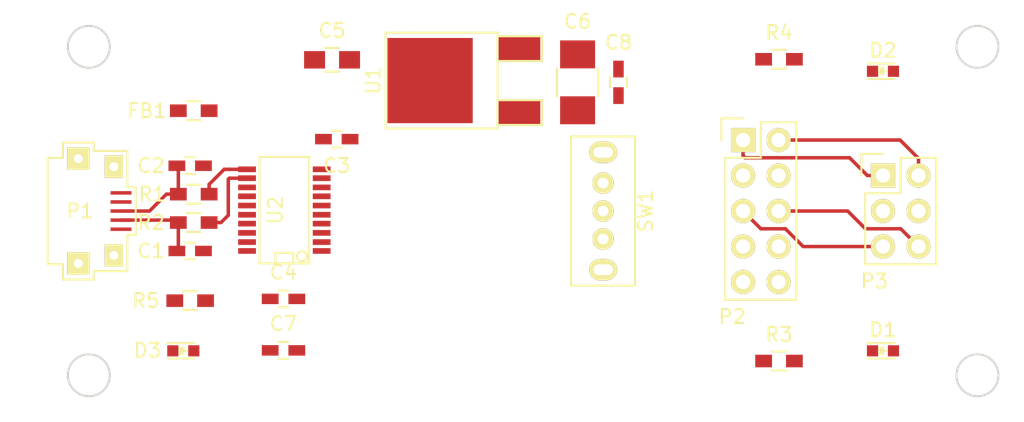
<source format=kicad_pcb>
(kicad_pcb (version 4) (host pcbnew 4.0.1-stable)

  (general
    (links 55)
    (no_connects 51)
    (area 101.674999 101.674999 168.325001 128.325001)
    (thickness 1.6)
    (drawings 13)
    (tracks 41)
    (zones 0)
    (modules 23)
    (nets 27)
  )

  (page A4)
  (layers
    (0 F.Cu signal)
    (31 B.Cu signal)
    (32 B.Adhes user)
    (33 F.Adhes user)
    (34 B.Paste user)
    (35 F.Paste user)
    (36 B.SilkS user)
    (37 F.SilkS user)
    (38 B.Mask user)
    (39 F.Mask user)
    (40 Dwgs.User user)
    (41 Cmts.User user)
    (42 Eco1.User user)
    (43 Eco2.User user)
    (44 Edge.Cuts user)
    (45 Margin user)
    (46 B.CrtYd user)
    (47 F.CrtYd user)
    (48 B.Fab user)
    (49 F.Fab user)
  )

  (setup
    (last_trace_width 0.25)
    (trace_clearance 0.2)
    (zone_clearance 0.508)
    (zone_45_only no)
    (trace_min 0.2)
    (segment_width 0.2)
    (edge_width 0.15)
    (via_size 0.6)
    (via_drill 0.4)
    (via_min_size 0.4)
    (via_min_drill 0.3)
    (uvia_size 0.3)
    (uvia_drill 0.1)
    (uvias_allowed no)
    (uvia_min_size 0.2)
    (uvia_min_drill 0.1)
    (pcb_text_width 0.3)
    (pcb_text_size 1.5 1.5)
    (mod_edge_width 0.15)
    (mod_text_size 1 1)
    (mod_text_width 0.15)
    (pad_size 1.6 1.3)
    (pad_drill 0.635)
    (pad_to_mask_clearance 0.2)
    (aux_axis_origin 100 100)
    (visible_elements 7FFFFFFF)
    (pcbplotparams
      (layerselection 0x00030_80000001)
      (usegerberextensions false)
      (excludeedgelayer true)
      (linewidth 0.100000)
      (plotframeref false)
      (viasonmask false)
      (mode 1)
      (useauxorigin false)
      (hpglpennumber 1)
      (hpglpenspeed 20)
      (hpglpendiameter 15)
      (hpglpenoverlay 2)
      (psnegative false)
      (psa4output false)
      (plotreference true)
      (plotvalue true)
      (plotinvisibletext false)
      (padsonsilk false)
      (subtractmaskfromsilk false)
      (outputformat 1)
      (mirror false)
      (drillshape 1)
      (scaleselection 1)
      (outputdirectory ""))
  )

  (net 0 "")
  (net 1 GND)
  (net 2 "Net-(C1-Pad2)")
  (net 3 "Net-(C2-Pad1)")
  (net 4 +5V)
  (net 5 "Net-(C4-Pad1)")
  (net 6 "Net-(C6-Pad2)")
  (net 7 "Net-(C8-Pad1)")
  (net 8 "Net-(D1-Pad2)")
  (net 9 "Net-(D1-Pad1)")
  (net 10 "Net-(D2-Pad2)")
  (net 11 "Net-(D2-Pad1)")
  (net 12 "Net-(D3-Pad1)")
  (net 13 "Net-(FB1-Pad2)")
  (net 14 "Net-(P1-Pad4)")
  (net 15 /RXD)
  (net 16 /TXD)
  (net 17 //RTS)
  (net 18 //CTS)
  (net 19 //DTR)
  (net 20 //DSR)
  (net 21 //DCD)
  (net 22 //RI)
  (net 23 "Net-(R1-Pad1)")
  (net 24 "Net-(R2-Pad1)")
  (net 25 "Net-(U2-Pad18)")
  (net 26 "Net-(U2-Pad19)")

  (net_class Default "これは標準のネット クラスです。"
    (clearance 0.2)
    (trace_width 0.25)
    (via_dia 0.6)
    (via_drill 0.4)
    (uvia_dia 0.3)
    (uvia_drill 0.1)
    (add_net +5V)
    (add_net //CTS)
    (add_net //DCD)
    (add_net //DSR)
    (add_net //DTR)
    (add_net //RI)
    (add_net //RTS)
    (add_net /RXD)
    (add_net /TXD)
    (add_net GND)
    (add_net "Net-(C1-Pad2)")
    (add_net "Net-(C2-Pad1)")
    (add_net "Net-(C4-Pad1)")
    (add_net "Net-(C6-Pad2)")
    (add_net "Net-(C8-Pad1)")
    (add_net "Net-(D1-Pad1)")
    (add_net "Net-(D1-Pad2)")
    (add_net "Net-(D2-Pad1)")
    (add_net "Net-(D2-Pad2)")
    (add_net "Net-(D3-Pad1)")
    (add_net "Net-(FB1-Pad2)")
    (add_net "Net-(P1-Pad4)")
    (add_net "Net-(R1-Pad1)")
    (add_net "Net-(R2-Pad1)")
    (add_net "Net-(U2-Pad18)")
    (add_net "Net-(U2-Pad19)")
  )

  (module Capacitors_SMD:C_0603_HandSoldering (layer F.Cu) (tedit 541A9B4D) (tstamp 57BC2762)
    (at 110.49 117.856 180)
    (descr "Capacitor SMD 0603, hand soldering")
    (tags "capacitor 0603")
    (path /57BBFB00)
    (attr smd)
    (fp_text reference C1 (at 2.794 0 180) (layer F.SilkS)
      (effects (font (size 1 1) (thickness 0.15)))
    )
    (fp_text value 47pF (at 1.27 -1.524 180) (layer F.Fab)
      (effects (font (size 1 1) (thickness 0.15)))
    )
    (fp_line (start -1.85 -0.75) (end 1.85 -0.75) (layer F.CrtYd) (width 0.05))
    (fp_line (start -1.85 0.75) (end 1.85 0.75) (layer F.CrtYd) (width 0.05))
    (fp_line (start -1.85 -0.75) (end -1.85 0.75) (layer F.CrtYd) (width 0.05))
    (fp_line (start 1.85 -0.75) (end 1.85 0.75) (layer F.CrtYd) (width 0.05))
    (fp_line (start -0.35 -0.6) (end 0.35 -0.6) (layer F.SilkS) (width 0.15))
    (fp_line (start 0.35 0.6) (end -0.35 0.6) (layer F.SilkS) (width 0.15))
    (pad 1 smd rect (at -0.95 0 180) (size 1.2 0.75) (layers F.Cu F.Paste F.Mask)
      (net 1 GND))
    (pad 2 smd rect (at 0.95 0 180) (size 1.2 0.75) (layers F.Cu F.Paste F.Mask)
      (net 2 "Net-(C1-Pad2)"))
    (model Capacitors_SMD.3dshapes/C_0603_HandSoldering.wrl
      (at (xyz 0 0 0))
      (scale (xyz 1 1 1))
      (rotate (xyz 0 0 0))
    )
  )

  (module Capacitors_SMD:C_0603_HandSoldering (layer F.Cu) (tedit 541A9B4D) (tstamp 57BC2768)
    (at 110.49 111.76)
    (descr "Capacitor SMD 0603, hand soldering")
    (tags "capacitor 0603")
    (path /57BBFACD)
    (attr smd)
    (fp_text reference C2 (at -2.794 0) (layer F.SilkS)
      (effects (font (size 1 1) (thickness 0.15)))
    )
    (fp_text value 47pF (at -1.27 -1.778) (layer F.Fab)
      (effects (font (size 1 1) (thickness 0.15)))
    )
    (fp_line (start -1.85 -0.75) (end 1.85 -0.75) (layer F.CrtYd) (width 0.05))
    (fp_line (start -1.85 0.75) (end 1.85 0.75) (layer F.CrtYd) (width 0.05))
    (fp_line (start -1.85 -0.75) (end -1.85 0.75) (layer F.CrtYd) (width 0.05))
    (fp_line (start 1.85 -0.75) (end 1.85 0.75) (layer F.CrtYd) (width 0.05))
    (fp_line (start -0.35 -0.6) (end 0.35 -0.6) (layer F.SilkS) (width 0.15))
    (fp_line (start 0.35 0.6) (end -0.35 0.6) (layer F.SilkS) (width 0.15))
    (pad 1 smd rect (at -0.95 0) (size 1.2 0.75) (layers F.Cu F.Paste F.Mask)
      (net 3 "Net-(C2-Pad1)"))
    (pad 2 smd rect (at 0.95 0) (size 1.2 0.75) (layers F.Cu F.Paste F.Mask)
      (net 1 GND))
    (model Capacitors_SMD.3dshapes/C_0603_HandSoldering.wrl
      (at (xyz 0 0 0))
      (scale (xyz 1 1 1))
      (rotate (xyz 0 0 0))
    )
  )

  (module Capacitors_SMD:C_0603_HandSoldering (layer F.Cu) (tedit 541A9B4D) (tstamp 57BC276E)
    (at 120.964999 109.855 180)
    (descr "Capacitor SMD 0603, hand soldering")
    (tags "capacitor 0603")
    (path /57BC0075)
    (attr smd)
    (fp_text reference C3 (at 0 -1.9 180) (layer F.SilkS)
      (effects (font (size 1 1) (thickness 0.15)))
    )
    (fp_text value 0.1uF (at 0 1.9 180) (layer F.Fab)
      (effects (font (size 1 1) (thickness 0.15)))
    )
    (fp_line (start -1.85 -0.75) (end 1.85 -0.75) (layer F.CrtYd) (width 0.05))
    (fp_line (start -1.85 0.75) (end 1.85 0.75) (layer F.CrtYd) (width 0.05))
    (fp_line (start -1.85 -0.75) (end -1.85 0.75) (layer F.CrtYd) (width 0.05))
    (fp_line (start 1.85 -0.75) (end 1.85 0.75) (layer F.CrtYd) (width 0.05))
    (fp_line (start -0.35 -0.6) (end 0.35 -0.6) (layer F.SilkS) (width 0.15))
    (fp_line (start 0.35 0.6) (end -0.35 0.6) (layer F.SilkS) (width 0.15))
    (pad 1 smd rect (at -0.95 0 180) (size 1.2 0.75) (layers F.Cu F.Paste F.Mask)
      (net 4 +5V))
    (pad 2 smd rect (at 0.95 0 180) (size 1.2 0.75) (layers F.Cu F.Paste F.Mask)
      (net 1 GND))
    (model Capacitors_SMD.3dshapes/C_0603_HandSoldering.wrl
      (at (xyz 0 0 0))
      (scale (xyz 1 1 1))
      (rotate (xyz 0 0 0))
    )
  )

  (module Capacitors_SMD:C_0603_HandSoldering (layer F.Cu) (tedit 541A9B4D) (tstamp 57BC2774)
    (at 117.16 121.285)
    (descr "Capacitor SMD 0603, hand soldering")
    (tags "capacitor 0603")
    (path /57BC0FF1)
    (attr smd)
    (fp_text reference C4 (at 0 -1.9) (layer F.SilkS)
      (effects (font (size 1 1) (thickness 0.15)))
    )
    (fp_text value 0.1uF (at 0 1.9) (layer F.Fab)
      (effects (font (size 1 1) (thickness 0.15)))
    )
    (fp_line (start -1.85 -0.75) (end 1.85 -0.75) (layer F.CrtYd) (width 0.05))
    (fp_line (start -1.85 0.75) (end 1.85 0.75) (layer F.CrtYd) (width 0.05))
    (fp_line (start -1.85 -0.75) (end -1.85 0.75) (layer F.CrtYd) (width 0.05))
    (fp_line (start 1.85 -0.75) (end 1.85 0.75) (layer F.CrtYd) (width 0.05))
    (fp_line (start -0.35 -0.6) (end 0.35 -0.6) (layer F.SilkS) (width 0.15))
    (fp_line (start 0.35 0.6) (end -0.35 0.6) (layer F.SilkS) (width 0.15))
    (pad 1 smd rect (at -0.95 0) (size 1.2 0.75) (layers F.Cu F.Paste F.Mask)
      (net 5 "Net-(C4-Pad1)"))
    (pad 2 smd rect (at 0.95 0) (size 1.2 0.75) (layers F.Cu F.Paste F.Mask)
      (net 1 GND))
    (model Capacitors_SMD.3dshapes/C_0603_HandSoldering.wrl
      (at (xyz 0 0 0))
      (scale (xyz 1 1 1))
      (rotate (xyz 0 0 0))
    )
  )

  (module Capacitors_SMD:C_0805_HandSoldering (layer F.Cu) (tedit 541A9B8D) (tstamp 57BC277A)
    (at 120.629999 104.180001)
    (descr "Capacitor SMD 0805, hand soldering")
    (tags "capacitor 0805")
    (path /57BC010E)
    (attr smd)
    (fp_text reference C5 (at 0 -2.1) (layer F.SilkS)
      (effects (font (size 1 1) (thickness 0.15)))
    )
    (fp_text value 4.7uF (at 0 2.1) (layer F.Fab)
      (effects (font (size 1 1) (thickness 0.15)))
    )
    (fp_line (start -2.3 -1) (end 2.3 -1) (layer F.CrtYd) (width 0.05))
    (fp_line (start -2.3 1) (end 2.3 1) (layer F.CrtYd) (width 0.05))
    (fp_line (start -2.3 -1) (end -2.3 1) (layer F.CrtYd) (width 0.05))
    (fp_line (start 2.3 -1) (end 2.3 1) (layer F.CrtYd) (width 0.05))
    (fp_line (start 0.5 -0.85) (end -0.5 -0.85) (layer F.SilkS) (width 0.15))
    (fp_line (start -0.5 0.85) (end 0.5 0.85) (layer F.SilkS) (width 0.15))
    (pad 1 smd rect (at -1.25 0) (size 1.5 1.25) (layers F.Cu F.Paste F.Mask)
      (net 1 GND))
    (pad 2 smd rect (at 1.25 0) (size 1.5 1.25) (layers F.Cu F.Paste F.Mask)
      (net 4 +5V))
    (model Capacitors_SMD.3dshapes/C_0805_HandSoldering.wrl
      (at (xyz 0 0 0))
      (scale (xyz 1 1 1))
      (rotate (xyz 0 0 0))
    )
  )

  (module Capacitors_SMD:C_1210_HandSoldering (layer F.Cu) (tedit 541A9C39) (tstamp 57BC2780)
    (at 138.176 105.791 270)
    (descr "Capacitor SMD 1210, hand soldering")
    (tags "capacitor 1210")
    (path /57BC038F)
    (attr smd)
    (fp_text reference C6 (at -4.349999 0 360) (layer F.SilkS)
      (effects (font (size 1 1) (thickness 0.15)))
    )
    (fp_text value 22uF (at 0 2.7 270) (layer F.Fab)
      (effects (font (size 1 1) (thickness 0.15)))
    )
    (fp_line (start -3.3 -1.6) (end 3.3 -1.6) (layer F.CrtYd) (width 0.05))
    (fp_line (start -3.3 1.6) (end 3.3 1.6) (layer F.CrtYd) (width 0.05))
    (fp_line (start -3.3 -1.6) (end -3.3 1.6) (layer F.CrtYd) (width 0.05))
    (fp_line (start 3.3 -1.6) (end 3.3 1.6) (layer F.CrtYd) (width 0.05))
    (fp_line (start 1 -1.475) (end -1 -1.475) (layer F.SilkS) (width 0.15))
    (fp_line (start -1 1.475) (end 1 1.475) (layer F.SilkS) (width 0.15))
    (pad 1 smd rect (at -2 0 270) (size 2 2.5) (layers F.Cu F.Paste F.Mask)
      (net 1 GND))
    (pad 2 smd rect (at 2 0 270) (size 2 2.5) (layers F.Cu F.Paste F.Mask)
      (net 6 "Net-(C6-Pad2)"))
    (model Capacitors_SMD.3dshapes/C_1210_HandSoldering.wrl
      (at (xyz 0 0 0))
      (scale (xyz 1 1 1))
      (rotate (xyz 0 0 0))
    )
  )

  (module Capacitors_SMD:C_0603_HandSoldering (layer F.Cu) (tedit 541A9B4D) (tstamp 57BC2786)
    (at 117.16 124.968)
    (descr "Capacitor SMD 0603, hand soldering")
    (tags "capacitor 0603")
    (path /57BC046B)
    (attr smd)
    (fp_text reference C7 (at 0 -1.9) (layer F.SilkS)
      (effects (font (size 1 1) (thickness 0.15)))
    )
    (fp_text value 0.1uF (at 0 1.9) (layer F.Fab)
      (effects (font (size 1 1) (thickness 0.15)))
    )
    (fp_line (start -1.85 -0.75) (end 1.85 -0.75) (layer F.CrtYd) (width 0.05))
    (fp_line (start -1.85 0.75) (end 1.85 0.75) (layer F.CrtYd) (width 0.05))
    (fp_line (start -1.85 -0.75) (end -1.85 0.75) (layer F.CrtYd) (width 0.05))
    (fp_line (start 1.85 -0.75) (end 1.85 0.75) (layer F.CrtYd) (width 0.05))
    (fp_line (start -0.35 -0.6) (end 0.35 -0.6) (layer F.SilkS) (width 0.15))
    (fp_line (start 0.35 0.6) (end -0.35 0.6) (layer F.SilkS) (width 0.15))
    (pad 1 smd rect (at -0.95 0) (size 1.2 0.75) (layers F.Cu F.Paste F.Mask)
      (net 6 "Net-(C6-Pad2)"))
    (pad 2 smd rect (at 0.95 0) (size 1.2 0.75) (layers F.Cu F.Paste F.Mask)
      (net 1 GND))
    (model Capacitors_SMD.3dshapes/C_0603_HandSoldering.wrl
      (at (xyz 0 0 0))
      (scale (xyz 1 1 1))
      (rotate (xyz 0 0 0))
    )
  )

  (module Capacitors_SMD:C_0603_HandSoldering (layer F.Cu) (tedit 541A9B4D) (tstamp 57BC278C)
    (at 141.097 105.791 90)
    (descr "Capacitor SMD 0603, hand soldering")
    (tags "capacitor 0603")
    (path /57BC0953)
    (attr smd)
    (fp_text reference C8 (at 2.854999 0 180) (layer F.SilkS)
      (effects (font (size 1 1) (thickness 0.15)))
    )
    (fp_text value 0.1uF (at 0 1.9 90) (layer F.Fab)
      (effects (font (size 1 1) (thickness 0.15)))
    )
    (fp_line (start -1.85 -0.75) (end 1.85 -0.75) (layer F.CrtYd) (width 0.05))
    (fp_line (start -1.85 0.75) (end 1.85 0.75) (layer F.CrtYd) (width 0.05))
    (fp_line (start -1.85 -0.75) (end -1.85 0.75) (layer F.CrtYd) (width 0.05))
    (fp_line (start 1.85 -0.75) (end 1.85 0.75) (layer F.CrtYd) (width 0.05))
    (fp_line (start -0.35 -0.6) (end 0.35 -0.6) (layer F.SilkS) (width 0.15))
    (fp_line (start 0.35 0.6) (end -0.35 0.6) (layer F.SilkS) (width 0.15))
    (pad 1 smd rect (at -0.95 0 90) (size 1.2 0.75) (layers F.Cu F.Paste F.Mask)
      (net 7 "Net-(C8-Pad1)"))
    (pad 2 smd rect (at 0.95 0 90) (size 1.2 0.75) (layers F.Cu F.Paste F.Mask)
      (net 1 GND))
    (model Capacitors_SMD.3dshapes/C_0603_HandSoldering.wrl
      (at (xyz 0 0 0))
      (scale (xyz 1 1 1))
      (rotate (xyz 0 0 0))
    )
  )

  (module LEDs:LED_0603 (layer F.Cu) (tedit 55BDE255) (tstamp 57BC2792)
    (at 160 125)
    (descr "LED 0603 smd package")
    (tags "LED led 0603 SMD smd SMT smt smdled SMDLED smtled SMTLED")
    (path /57BC37C0)
    (attr smd)
    (fp_text reference D1 (at 0 -1.5) (layer F.SilkS)
      (effects (font (size 1 1) (thickness 0.15)))
    )
    (fp_text value GREEN (at 0 1.5) (layer F.Fab)
      (effects (font (size 1 1) (thickness 0.15)))
    )
    (fp_line (start -0.3 -0.2) (end -0.3 0.2) (layer F.Fab) (width 0.15))
    (fp_line (start -0.2 0) (end 0.1 -0.2) (layer F.Fab) (width 0.15))
    (fp_line (start 0.1 0.2) (end -0.2 0) (layer F.Fab) (width 0.15))
    (fp_line (start 0.1 -0.2) (end 0.1 0.2) (layer F.Fab) (width 0.15))
    (fp_line (start 0.8 0.4) (end -0.8 0.4) (layer F.Fab) (width 0.15))
    (fp_line (start 0.8 -0.4) (end 0.8 0.4) (layer F.Fab) (width 0.15))
    (fp_line (start -0.8 -0.4) (end 0.8 -0.4) (layer F.Fab) (width 0.15))
    (fp_line (start -0.8 0.4) (end -0.8 -0.4) (layer F.Fab) (width 0.15))
    (fp_line (start -1.1 0.55) (end 0.8 0.55) (layer F.SilkS) (width 0.15))
    (fp_line (start -1.1 -0.55) (end 0.8 -0.55) (layer F.SilkS) (width 0.15))
    (fp_line (start -0.2 0) (end 0.25 0) (layer F.SilkS) (width 0.15))
    (fp_line (start -0.25 -0.25) (end -0.25 0.25) (layer F.SilkS) (width 0.15))
    (fp_line (start -0.25 0) (end 0 -0.25) (layer F.SilkS) (width 0.15))
    (fp_line (start 0 -0.25) (end 0 0.25) (layer F.SilkS) (width 0.15))
    (fp_line (start 0 0.25) (end -0.25 0) (layer F.SilkS) (width 0.15))
    (fp_line (start 1.4 -0.75) (end 1.4 0.75) (layer F.CrtYd) (width 0.05))
    (fp_line (start 1.4 0.75) (end -1.4 0.75) (layer F.CrtYd) (width 0.05))
    (fp_line (start -1.4 0.75) (end -1.4 -0.75) (layer F.CrtYd) (width 0.05))
    (fp_line (start -1.4 -0.75) (end 1.4 -0.75) (layer F.CrtYd) (width 0.05))
    (pad 2 smd rect (at 0.7493 0 180) (size 0.79756 0.79756) (layers F.Cu F.Paste F.Mask)
      (net 8 "Net-(D1-Pad2)"))
    (pad 1 smd rect (at -0.7493 0 180) (size 0.79756 0.79756) (layers F.Cu F.Paste F.Mask)
      (net 9 "Net-(D1-Pad1)"))
    (model LEDs.3dshapes/LED_0603.wrl
      (at (xyz 0 0 0))
      (scale (xyz 1 1 1))
      (rotate (xyz 0 0 180))
    )
  )

  (module LEDs:LED_0603 (layer F.Cu) (tedit 55BDE255) (tstamp 57BC2798)
    (at 160 105)
    (descr "LED 0603 smd package")
    (tags "LED led 0603 SMD smd SMT smt smdled SMDLED smtled SMTLED")
    (path /57BC3809)
    (attr smd)
    (fp_text reference D2 (at 0 -1.5) (layer F.SilkS)
      (effects (font (size 1 1) (thickness 0.15)))
    )
    (fp_text value RED (at 0 1.5) (layer F.Fab)
      (effects (font (size 1 1) (thickness 0.15)))
    )
    (fp_line (start -0.3 -0.2) (end -0.3 0.2) (layer F.Fab) (width 0.15))
    (fp_line (start -0.2 0) (end 0.1 -0.2) (layer F.Fab) (width 0.15))
    (fp_line (start 0.1 0.2) (end -0.2 0) (layer F.Fab) (width 0.15))
    (fp_line (start 0.1 -0.2) (end 0.1 0.2) (layer F.Fab) (width 0.15))
    (fp_line (start 0.8 0.4) (end -0.8 0.4) (layer F.Fab) (width 0.15))
    (fp_line (start 0.8 -0.4) (end 0.8 0.4) (layer F.Fab) (width 0.15))
    (fp_line (start -0.8 -0.4) (end 0.8 -0.4) (layer F.Fab) (width 0.15))
    (fp_line (start -0.8 0.4) (end -0.8 -0.4) (layer F.Fab) (width 0.15))
    (fp_line (start -1.1 0.55) (end 0.8 0.55) (layer F.SilkS) (width 0.15))
    (fp_line (start -1.1 -0.55) (end 0.8 -0.55) (layer F.SilkS) (width 0.15))
    (fp_line (start -0.2 0) (end 0.25 0) (layer F.SilkS) (width 0.15))
    (fp_line (start -0.25 -0.25) (end -0.25 0.25) (layer F.SilkS) (width 0.15))
    (fp_line (start -0.25 0) (end 0 -0.25) (layer F.SilkS) (width 0.15))
    (fp_line (start 0 -0.25) (end 0 0.25) (layer F.SilkS) (width 0.15))
    (fp_line (start 0 0.25) (end -0.25 0) (layer F.SilkS) (width 0.15))
    (fp_line (start 1.4 -0.75) (end 1.4 0.75) (layer F.CrtYd) (width 0.05))
    (fp_line (start 1.4 0.75) (end -1.4 0.75) (layer F.CrtYd) (width 0.05))
    (fp_line (start -1.4 0.75) (end -1.4 -0.75) (layer F.CrtYd) (width 0.05))
    (fp_line (start -1.4 -0.75) (end 1.4 -0.75) (layer F.CrtYd) (width 0.05))
    (pad 2 smd rect (at 0.7493 0 180) (size 0.79756 0.79756) (layers F.Cu F.Paste F.Mask)
      (net 10 "Net-(D2-Pad2)"))
    (pad 1 smd rect (at -0.7493 0 180) (size 0.79756 0.79756) (layers F.Cu F.Paste F.Mask)
      (net 11 "Net-(D2-Pad1)"))
    (model LEDs.3dshapes/LED_0603.wrl
      (at (xyz 0 0 0))
      (scale (xyz 1 1 1))
      (rotate (xyz 0 0 180))
    )
  )

  (module LEDs:LED_0603 (layer F.Cu) (tedit 55BDE255) (tstamp 57BC279E)
    (at 110 125)
    (descr "LED 0603 smd package")
    (tags "LED led 0603 SMD smd SMT smt smdled SMDLED smtled SMTLED")
    (path /57BC30A0)
    (attr smd)
    (fp_text reference D3 (at -2.558 -0.032) (layer F.SilkS)
      (effects (font (size 1 1) (thickness 0.15)))
    )
    (fp_text value BLUE (at 0 1.5) (layer F.Fab)
      (effects (font (size 1 1) (thickness 0.15)))
    )
    (fp_line (start -0.3 -0.2) (end -0.3 0.2) (layer F.Fab) (width 0.15))
    (fp_line (start -0.2 0) (end 0.1 -0.2) (layer F.Fab) (width 0.15))
    (fp_line (start 0.1 0.2) (end -0.2 0) (layer F.Fab) (width 0.15))
    (fp_line (start 0.1 -0.2) (end 0.1 0.2) (layer F.Fab) (width 0.15))
    (fp_line (start 0.8 0.4) (end -0.8 0.4) (layer F.Fab) (width 0.15))
    (fp_line (start 0.8 -0.4) (end 0.8 0.4) (layer F.Fab) (width 0.15))
    (fp_line (start -0.8 -0.4) (end 0.8 -0.4) (layer F.Fab) (width 0.15))
    (fp_line (start -0.8 0.4) (end -0.8 -0.4) (layer F.Fab) (width 0.15))
    (fp_line (start -1.1 0.55) (end 0.8 0.55) (layer F.SilkS) (width 0.15))
    (fp_line (start -1.1 -0.55) (end 0.8 -0.55) (layer F.SilkS) (width 0.15))
    (fp_line (start -0.2 0) (end 0.25 0) (layer F.SilkS) (width 0.15))
    (fp_line (start -0.25 -0.25) (end -0.25 0.25) (layer F.SilkS) (width 0.15))
    (fp_line (start -0.25 0) (end 0 -0.25) (layer F.SilkS) (width 0.15))
    (fp_line (start 0 -0.25) (end 0 0.25) (layer F.SilkS) (width 0.15))
    (fp_line (start 0 0.25) (end -0.25 0) (layer F.SilkS) (width 0.15))
    (fp_line (start 1.4 -0.75) (end 1.4 0.75) (layer F.CrtYd) (width 0.05))
    (fp_line (start 1.4 0.75) (end -1.4 0.75) (layer F.CrtYd) (width 0.05))
    (fp_line (start -1.4 0.75) (end -1.4 -0.75) (layer F.CrtYd) (width 0.05))
    (fp_line (start -1.4 -0.75) (end 1.4 -0.75) (layer F.CrtYd) (width 0.05))
    (pad 2 smd rect (at 0.7493 0 180) (size 0.79756 0.79756) (layers F.Cu F.Paste F.Mask)
      (net 4 +5V))
    (pad 1 smd rect (at -0.7493 0 180) (size 0.79756 0.79756) (layers F.Cu F.Paste F.Mask)
      (net 12 "Net-(D3-Pad1)"))
    (model LEDs.3dshapes/LED_0603.wrl
      (at (xyz 0 0 0))
      (scale (xyz 1 1 1))
      (rotate (xyz 0 0 180))
    )
  )

  (module Resistors_SMD:R_0603_HandSoldering (layer F.Cu) (tedit 57BD329A) (tstamp 57BC27A4)
    (at 110.744 107.823 180)
    (descr "Resistor SMD 0603, hand soldering")
    (tags "resistor 0603")
    (path /57BBFF1B)
    (attr smd)
    (fp_text reference FB1 (at 3.345 0 180) (layer F.SilkS)
      (effects (font (size 1 1) (thickness 0.15)))
    )
    (fp_text value BLM18PG471SN1D (at 0 1.9 180) (layer F.Fab)
      (effects (font (size 1 1) (thickness 0.15)))
    )
    (fp_line (start -2 -0.8) (end 2 -0.8) (layer F.CrtYd) (width 0.05))
    (fp_line (start -2 0.8) (end 2 0.8) (layer F.CrtYd) (width 0.05))
    (fp_line (start -2 -0.8) (end -2 0.8) (layer F.CrtYd) (width 0.05))
    (fp_line (start 2 -0.8) (end 2 0.8) (layer F.CrtYd) (width 0.05))
    (fp_line (start 0.5 0.675) (end -0.5 0.675) (layer F.SilkS) (width 0.15))
    (fp_line (start -0.5 -0.675) (end 0.5 -0.675) (layer F.SilkS) (width 0.15))
    (pad 1 smd rect (at -1.1 0 180) (size 1.2 0.9) (layers F.Cu F.Paste F.Mask)
      (net 4 +5V))
    (pad 2 smd rect (at 1.1 0 180) (size 1.2 0.9) (layers F.Cu F.Paste F.Mask)
      (net 13 "Net-(FB1-Pad2)"))
    (model Resistors_SMD.3dshapes/R_0603_HandSoldering.wrl
      (at (xyz 0 0 0))
      (scale (xyz 1 1 1))
      (rotate (xyz 0 0 0))
    )
  )

  (module Pin_Headers:Pin_Header_Straight_2x05 (layer F.Cu) (tedit 0) (tstamp 57BC27BF)
    (at 150 109.92)
    (descr "Through hole pin header")
    (tags "pin header")
    (path /57BC1304)
    (fp_text reference P2 (at -0.775 12.635) (layer F.SilkS)
      (effects (font (size 1 1) (thickness 0.15)))
    )
    (fp_text value CONN_02X05 (at 4.94 5.015 90) (layer F.Fab)
      (effects (font (size 1 1) (thickness 0.15)))
    )
    (fp_line (start -1.75 -1.75) (end -1.75 11.95) (layer F.CrtYd) (width 0.05))
    (fp_line (start 4.3 -1.75) (end 4.3 11.95) (layer F.CrtYd) (width 0.05))
    (fp_line (start -1.75 -1.75) (end 4.3 -1.75) (layer F.CrtYd) (width 0.05))
    (fp_line (start -1.75 11.95) (end 4.3 11.95) (layer F.CrtYd) (width 0.05))
    (fp_line (start 3.81 -1.27) (end 3.81 11.43) (layer F.SilkS) (width 0.15))
    (fp_line (start 3.81 11.43) (end -1.27 11.43) (layer F.SilkS) (width 0.15))
    (fp_line (start -1.27 11.43) (end -1.27 1.27) (layer F.SilkS) (width 0.15))
    (fp_line (start 3.81 -1.27) (end 1.27 -1.27) (layer F.SilkS) (width 0.15))
    (fp_line (start 0 -1.55) (end -1.55 -1.55) (layer F.SilkS) (width 0.15))
    (fp_line (start 1.27 -1.27) (end 1.27 1.27) (layer F.SilkS) (width 0.15))
    (fp_line (start 1.27 1.27) (end -1.27 1.27) (layer F.SilkS) (width 0.15))
    (fp_line (start -1.55 -1.55) (end -1.55 0) (layer F.SilkS) (width 0.15))
    (pad 1 thru_hole rect (at 0 0) (size 1.7272 1.7272) (drill 1.016) (layers *.Cu *.Mask F.SilkS)
      (net 15 /RXD))
    (pad 2 thru_hole oval (at 2.54 0) (size 1.7272 1.7272) (drill 1.016) (layers *.Cu *.Mask F.SilkS)
      (net 16 /TXD))
    (pad 3 thru_hole oval (at 0 2.54) (size 1.7272 1.7272) (drill 1.016) (layers *.Cu *.Mask F.SilkS)
      (net 1 GND))
    (pad 4 thru_hole oval (at 2.54 2.54) (size 1.7272 1.7272) (drill 1.016) (layers *.Cu *.Mask F.SilkS)
      (net 7 "Net-(C8-Pad1)"))
    (pad 5 thru_hole oval (at 0 5.08) (size 1.7272 1.7272) (drill 1.016) (layers *.Cu *.Mask F.SilkS)
      (net 17 //RTS))
    (pad 6 thru_hole oval (at 2.54 5.08) (size 1.7272 1.7272) (drill 1.016) (layers *.Cu *.Mask F.SilkS)
      (net 18 //CTS))
    (pad 7 thru_hole oval (at 0 7.62) (size 1.7272 1.7272) (drill 1.016) (layers *.Cu *.Mask F.SilkS)
      (net 19 //DTR))
    (pad 8 thru_hole oval (at 2.54 7.62) (size 1.7272 1.7272) (drill 1.016) (layers *.Cu *.Mask F.SilkS)
      (net 20 //DSR))
    (pad 9 thru_hole oval (at 0 10.16) (size 1.7272 1.7272) (drill 1.016) (layers *.Cu *.Mask F.SilkS)
      (net 21 //DCD))
    (pad 10 thru_hole oval (at 2.54 10.16) (size 1.7272 1.7272) (drill 1.016) (layers *.Cu *.Mask F.SilkS)
      (net 22 //RI))
    (model Pin_Headers.3dshapes/Pin_Header_Straight_2x05.wrl
      (at (xyz 0.05 -0.2 0))
      (scale (xyz 1 1 1))
      (rotate (xyz 0 0 90))
    )
  )

  (module Pin_Headers:Pin_Header_Straight_2x03 (layer F.Cu) (tedit 54EA0A4B) (tstamp 57BC27C9)
    (at 160 112.46)
    (descr "Through hole pin header")
    (tags "pin header")
    (path /57BC13BD)
    (fp_text reference P3 (at -0.615 7.555) (layer F.SilkS)
      (effects (font (size 1 1) (thickness 0.15)))
    )
    (fp_text value CONN_02X03 (at 5.1 2.475 270) (layer F.Fab)
      (effects (font (size 1 1) (thickness 0.15)))
    )
    (fp_line (start -1.27 1.27) (end -1.27 6.35) (layer F.SilkS) (width 0.15))
    (fp_line (start -1.55 -1.55) (end 0 -1.55) (layer F.SilkS) (width 0.15))
    (fp_line (start -1.75 -1.75) (end -1.75 6.85) (layer F.CrtYd) (width 0.05))
    (fp_line (start 4.3 -1.75) (end 4.3 6.85) (layer F.CrtYd) (width 0.05))
    (fp_line (start -1.75 -1.75) (end 4.3 -1.75) (layer F.CrtYd) (width 0.05))
    (fp_line (start -1.75 6.85) (end 4.3 6.85) (layer F.CrtYd) (width 0.05))
    (fp_line (start 1.27 -1.27) (end 1.27 1.27) (layer F.SilkS) (width 0.15))
    (fp_line (start 1.27 1.27) (end -1.27 1.27) (layer F.SilkS) (width 0.15))
    (fp_line (start -1.27 6.35) (end 3.81 6.35) (layer F.SilkS) (width 0.15))
    (fp_line (start 3.81 6.35) (end 3.81 1.27) (layer F.SilkS) (width 0.15))
    (fp_line (start -1.55 -1.55) (end -1.55 0) (layer F.SilkS) (width 0.15))
    (fp_line (start 3.81 -1.27) (end 1.27 -1.27) (layer F.SilkS) (width 0.15))
    (fp_line (start 3.81 1.27) (end 3.81 -1.27) (layer F.SilkS) (width 0.15))
    (pad 1 thru_hole rect (at 0 0) (size 1.7272 1.7272) (drill 1.016) (layers *.Cu *.Mask F.SilkS)
      (net 15 /RXD))
    (pad 2 thru_hole oval (at 2.54 0) (size 1.7272 1.7272) (drill 1.016) (layers *.Cu *.Mask F.SilkS)
      (net 16 /TXD))
    (pad 3 thru_hole oval (at 0 2.54) (size 1.7272 1.7272) (drill 1.016) (layers *.Cu *.Mask F.SilkS)
      (net 1 GND))
    (pad 4 thru_hole oval (at 2.54 2.54) (size 1.7272 1.7272) (drill 1.016) (layers *.Cu *.Mask F.SilkS)
      (net 7 "Net-(C8-Pad1)"))
    (pad 5 thru_hole oval (at 0 5.08) (size 1.7272 1.7272) (drill 1.016) (layers *.Cu *.Mask F.SilkS)
      (net 17 //RTS))
    (pad 6 thru_hole oval (at 2.54 5.08) (size 1.7272 1.7272) (drill 1.016) (layers *.Cu *.Mask F.SilkS)
      (net 18 //CTS))
    (model Pin_Headers.3dshapes/Pin_Header_Straight_2x03.wrl
      (at (xyz 0.05 -0.1 0))
      (scale (xyz 1 1 1))
      (rotate (xyz 0 0 90))
    )
  )

  (module Resistors_SMD:R_0603_HandSoldering (layer F.Cu) (tedit 5418A00F) (tstamp 57BC27CF)
    (at 110.744 113.792 180)
    (descr "Resistor SMD 0603, hand soldering")
    (tags "resistor 0603")
    (path /57BBF8F0)
    (attr smd)
    (fp_text reference R1 (at 2.964 0 180) (layer F.SilkS)
      (effects (font (size 1 1) (thickness 0.15)))
    )
    (fp_text value 27 (at -2.032 3.556 180) (layer F.Fab)
      (effects (font (size 1 1) (thickness 0.15)))
    )
    (fp_line (start -2 -0.8) (end 2 -0.8) (layer F.CrtYd) (width 0.05))
    (fp_line (start -2 0.8) (end 2 0.8) (layer F.CrtYd) (width 0.05))
    (fp_line (start -2 -0.8) (end -2 0.8) (layer F.CrtYd) (width 0.05))
    (fp_line (start 2 -0.8) (end 2 0.8) (layer F.CrtYd) (width 0.05))
    (fp_line (start 0.5 0.675) (end -0.5 0.675) (layer F.SilkS) (width 0.15))
    (fp_line (start -0.5 -0.675) (end 0.5 -0.675) (layer F.SilkS) (width 0.15))
    (pad 1 smd rect (at -1.1 0 180) (size 1.2 0.9) (layers F.Cu F.Paste F.Mask)
      (net 23 "Net-(R1-Pad1)"))
    (pad 2 smd rect (at 1.1 0 180) (size 1.2 0.9) (layers F.Cu F.Paste F.Mask)
      (net 3 "Net-(C2-Pad1)"))
    (model Resistors_SMD.3dshapes/R_0603_HandSoldering.wrl
      (at (xyz 0 0 0))
      (scale (xyz 1 1 1))
      (rotate (xyz 0 0 0))
    )
  )

  (module Resistors_SMD:R_0603_HandSoldering (layer F.Cu) (tedit 5418A00F) (tstamp 57BC27D5)
    (at 110.744 115.824 180)
    (descr "Resistor SMD 0603, hand soldering")
    (tags "resistor 0603")
    (path /57BBF8AF)
    (attr smd)
    (fp_text reference R2 (at 3.048 0 180) (layer F.SilkS)
      (effects (font (size 1 1) (thickness 0.15)))
    )
    (fp_text value 27 (at -2.032 -3.556 180) (layer F.Fab)
      (effects (font (size 1 1) (thickness 0.15)))
    )
    (fp_line (start -2 -0.8) (end 2 -0.8) (layer F.CrtYd) (width 0.05))
    (fp_line (start -2 0.8) (end 2 0.8) (layer F.CrtYd) (width 0.05))
    (fp_line (start -2 -0.8) (end -2 0.8) (layer F.CrtYd) (width 0.05))
    (fp_line (start 2 -0.8) (end 2 0.8) (layer F.CrtYd) (width 0.05))
    (fp_line (start 0.5 0.675) (end -0.5 0.675) (layer F.SilkS) (width 0.15))
    (fp_line (start -0.5 -0.675) (end 0.5 -0.675) (layer F.SilkS) (width 0.15))
    (pad 1 smd rect (at -1.1 0 180) (size 1.2 0.9) (layers F.Cu F.Paste F.Mask)
      (net 24 "Net-(R2-Pad1)"))
    (pad 2 smd rect (at 1.1 0 180) (size 1.2 0.9) (layers F.Cu F.Paste F.Mask)
      (net 2 "Net-(C1-Pad2)"))
    (model Resistors_SMD.3dshapes/R_0603_HandSoldering.wrl
      (at (xyz 0 0 0))
      (scale (xyz 1 1 1))
      (rotate (xyz 0 0 0))
    )
  )

  (module Resistors_SMD:R_0603_HandSoldering (layer F.Cu) (tedit 5418A00F) (tstamp 57BC27DB)
    (at 152.57 125.73)
    (descr "Resistor SMD 0603, hand soldering")
    (tags "resistor 0603")
    (path /57BC3961)
    (attr smd)
    (fp_text reference R3 (at 0 -1.9) (layer F.SilkS)
      (effects (font (size 1 1) (thickness 0.15)))
    )
    (fp_text value 1.2K (at 0 1.9) (layer F.Fab)
      (effects (font (size 1 1) (thickness 0.15)))
    )
    (fp_line (start -2 -0.8) (end 2 -0.8) (layer F.CrtYd) (width 0.05))
    (fp_line (start -2 0.8) (end 2 0.8) (layer F.CrtYd) (width 0.05))
    (fp_line (start -2 -0.8) (end -2 0.8) (layer F.CrtYd) (width 0.05))
    (fp_line (start 2 -0.8) (end 2 0.8) (layer F.CrtYd) (width 0.05))
    (fp_line (start 0.5 0.675) (end -0.5 0.675) (layer F.SilkS) (width 0.15))
    (fp_line (start -0.5 -0.675) (end 0.5 -0.675) (layer F.SilkS) (width 0.15))
    (pad 1 smd rect (at -1.1 0) (size 1.2 0.9) (layers F.Cu F.Paste F.Mask)
      (net 4 +5V))
    (pad 2 smd rect (at 1.1 0) (size 1.2 0.9) (layers F.Cu F.Paste F.Mask)
      (net 8 "Net-(D1-Pad2)"))
    (model Resistors_SMD.3dshapes/R_0603_HandSoldering.wrl
      (at (xyz 0 0 0))
      (scale (xyz 1 1 1))
      (rotate (xyz 0 0 0))
    )
  )

  (module Resistors_SMD:R_0603_HandSoldering (layer F.Cu) (tedit 5418A00F) (tstamp 57BC27E1)
    (at 152.57 104.14)
    (descr "Resistor SMD 0603, hand soldering")
    (tags "resistor 0603")
    (path /57BC39AA)
    (attr smd)
    (fp_text reference R4 (at 0 -1.9) (layer F.SilkS)
      (effects (font (size 1 1) (thickness 0.15)))
    )
    (fp_text value 1.2K (at 0 1.9) (layer F.Fab)
      (effects (font (size 1 1) (thickness 0.15)))
    )
    (fp_line (start -2 -0.8) (end 2 -0.8) (layer F.CrtYd) (width 0.05))
    (fp_line (start -2 0.8) (end 2 0.8) (layer F.CrtYd) (width 0.05))
    (fp_line (start -2 -0.8) (end -2 0.8) (layer F.CrtYd) (width 0.05))
    (fp_line (start 2 -0.8) (end 2 0.8) (layer F.CrtYd) (width 0.05))
    (fp_line (start 0.5 0.675) (end -0.5 0.675) (layer F.SilkS) (width 0.15))
    (fp_line (start -0.5 -0.675) (end 0.5 -0.675) (layer F.SilkS) (width 0.15))
    (pad 1 smd rect (at -1.1 0) (size 1.2 0.9) (layers F.Cu F.Paste F.Mask)
      (net 4 +5V))
    (pad 2 smd rect (at 1.1 0) (size 1.2 0.9) (layers F.Cu F.Paste F.Mask)
      (net 10 "Net-(D2-Pad2)"))
    (model Resistors_SMD.3dshapes/R_0603_HandSoldering.wrl
      (at (xyz 0 0 0))
      (scale (xyz 1 1 1))
      (rotate (xyz 0 0 0))
    )
  )

  (module Resistors_SMD:R_0603_HandSoldering (layer F.Cu) (tedit 5418A00F) (tstamp 57BC27E7)
    (at 110.49 121.412)
    (descr "Resistor SMD 0603, hand soldering")
    (tags "resistor 0603")
    (path /57BC3231)
    (attr smd)
    (fp_text reference R5 (at -3.175 0) (layer F.SilkS)
      (effects (font (size 1 1) (thickness 0.15)))
    )
    (fp_text value 760 (at 0 1.9) (layer F.Fab)
      (effects (font (size 1 1) (thickness 0.15)))
    )
    (fp_line (start -2 -0.8) (end 2 -0.8) (layer F.CrtYd) (width 0.05))
    (fp_line (start -2 0.8) (end 2 0.8) (layer F.CrtYd) (width 0.05))
    (fp_line (start -2 -0.8) (end -2 0.8) (layer F.CrtYd) (width 0.05))
    (fp_line (start 2 -0.8) (end 2 0.8) (layer F.CrtYd) (width 0.05))
    (fp_line (start 0.5 0.675) (end -0.5 0.675) (layer F.SilkS) (width 0.15))
    (fp_line (start -0.5 -0.675) (end 0.5 -0.675) (layer F.SilkS) (width 0.15))
    (pad 1 smd rect (at -1.1 0) (size 1.2 0.9) (layers F.Cu F.Paste F.Mask)
      (net 12 "Net-(D3-Pad1)"))
    (pad 2 smd rect (at 1.1 0) (size 1.2 0.9) (layers F.Cu F.Paste F.Mask)
      (net 1 GND))
    (model Resistors_SMD.3dshapes/R_0603_HandSoldering.wrl
      (at (xyz 0 0 0))
      (scale (xyz 1 1 1))
      (rotate (xyz 0 0 0))
    )
  )

  (module Akizuki:SS-12D01-VG4 (layer F.Cu) (tedit 57BC1410) (tstamp 57BC27F4)
    (at 140 115 90)
    (path /57BC0790)
    (fp_text reference SW1 (at 0 3.048 90) (layer F.SilkS)
      (effects (font (size 1 1) (thickness 0.15)))
    )
    (fp_text value 3P-SW (at 0 -3.048 90) (layer F.Fab)
      (effects (font (size 1 1) (thickness 0.15)))
    )
    (fp_line (start 5.334 -2.286) (end -5.334 -2.286) (layer F.SilkS) (width 0.15))
    (fp_line (start 5.334 2.286) (end 5.334 -2.286) (layer F.SilkS) (width 0.15))
    (fp_line (start -5.334 2.286) (end 5.334 2.286) (layer F.SilkS) (width 0.15))
    (fp_line (start -5.334 -2.286) (end -5.334 2.286) (layer F.SilkS) (width 0.15))
    (pad 3 thru_hole circle (at 2 0 90) (size 1.524 1.524) (drill 0.762) (layers *.Cu *.Mask F.SilkS)
      (net 4 +5V))
    (pad 2 thru_hole circle (at 0 0 90) (size 1.524 1.524) (drill 0.762) (layers *.Cu *.Mask F.SilkS)
      (net 7 "Net-(C8-Pad1)"))
    (pad 1 thru_hole circle (at -2 0 90) (size 1.524 1.524) (drill 0.762) (layers *.Cu *.Mask F.SilkS)
      (net 6 "Net-(C6-Pad2)"))
    (pad 0 thru_hole oval (at 4.2 0 90) (size 1.524 2) (drill oval 0.762 1.4) (layers *.Cu *.Mask F.SilkS))
    (pad 0 thru_hole oval (at -4.2 0 90) (size 1.524 2) (drill oval 0.762 1.4) (layers *.Cu *.Mask F.SilkS))
  )

  (module TO_SOT_Packages_SMD:TO-252-2Lead (layer F.Cu) (tedit 0) (tstamp 57BC27FB)
    (at 133.985 105.664 90)
    (descr "DPAK / TO-252 2-lead smd package")
    (tags "dpak TO-252")
    (path /57BBFE6F)
    (attr smd)
    (fp_text reference U1 (at 0 -10.414 90) (layer F.SilkS)
      (effects (font (size 1 1) (thickness 0.15)))
    )
    (fp_text value NJU7223DL1-33 (at -4.191 -4.445 180) (layer F.Fab)
      (effects (font (size 1 1) (thickness 0.15)))
    )
    (fp_line (start 1.397 -1.524) (end 1.397 1.651) (layer F.SilkS) (width 0.15))
    (fp_line (start 1.397 1.651) (end 3.175 1.651) (layer F.SilkS) (width 0.15))
    (fp_line (start 3.175 1.651) (end 3.175 -1.524) (layer F.SilkS) (width 0.15))
    (fp_line (start -3.175 -1.524) (end -3.175 1.651) (layer F.SilkS) (width 0.15))
    (fp_line (start -3.175 1.651) (end -1.397 1.651) (layer F.SilkS) (width 0.15))
    (fp_line (start -1.397 1.651) (end -1.397 -1.524) (layer F.SilkS) (width 0.15))
    (fp_line (start 3.429 -7.62) (end 3.429 -1.524) (layer F.SilkS) (width 0.15))
    (fp_line (start 3.429 -1.524) (end -3.429 -1.524) (layer F.SilkS) (width 0.15))
    (fp_line (start -3.429 -1.524) (end -3.429 -9.398) (layer F.SilkS) (width 0.15))
    (fp_line (start -3.429 -9.525) (end 3.429 -9.525) (layer F.SilkS) (width 0.15))
    (fp_line (start 3.429 -9.398) (end 3.429 -7.62) (layer F.SilkS) (width 0.15))
    (pad 1 smd rect (at -2.286 0 90) (size 1.651 3.048) (layers F.Cu F.Paste F.Mask)
      (net 6 "Net-(C6-Pad2)"))
    (pad 2 smd rect (at 0 -6.35 90) (size 6.096 6.096) (layers F.Cu F.Paste F.Mask)
      (net 4 +5V))
    (pad 3 smd rect (at 2.286 0 90) (size 1.651 3.048) (layers F.Cu F.Paste F.Mask)
      (net 1 GND))
    (model TO_SOT_Packages_SMD.3dshapes/TO-252-2Lead.wrl
      (at (xyz 0 0 0))
      (scale (xyz 1 1 1))
      (rotate (xyz 0 0 0))
    )
  )

  (module SMD_Packages:SSOP-20 (layer F.Cu) (tedit 0) (tstamp 57BC2813)
    (at 117.221 114.935 90)
    (descr "SSOP 20 pins")
    (tags "CMS SSOP SMD")
    (path /57BBF529)
    (attr smd)
    (fp_text reference U2 (at 0 -0.635 90) (layer F.SilkS)
      (effects (font (size 1 1) (thickness 0.15)))
    )
    (fp_text value FT231XS (at 0 0.635 90) (layer F.Fab)
      (effects (font (size 1 1) (thickness 0.15)))
    )
    (fp_line (start 3.81 -1.778) (end -3.81 -1.778) (layer F.SilkS) (width 0.15))
    (fp_line (start -3.81 1.778) (end 3.81 1.778) (layer F.SilkS) (width 0.15))
    (fp_line (start 3.81 -1.778) (end 3.81 1.778) (layer F.SilkS) (width 0.15))
    (fp_line (start -3.81 1.778) (end -3.81 -1.778) (layer F.SilkS) (width 0.15))
    (fp_circle (center -3.302 1.27) (end -3.556 1.016) (layer F.SilkS) (width 0.15))
    (fp_line (start -3.81 -0.635) (end -3.048 -0.635) (layer F.SilkS) (width 0.15))
    (fp_line (start -3.048 -0.635) (end -3.048 0.635) (layer F.SilkS) (width 0.15))
    (fp_line (start -3.048 0.635) (end -3.81 0.635) (layer F.SilkS) (width 0.15))
    (pad 1 smd rect (at -2.921 2.667 90) (size 0.4064 1.27) (layers F.Cu F.Paste F.Mask)
      (net 19 //DTR))
    (pad 2 smd rect (at -2.286 2.667 90) (size 0.4064 1.27) (layers F.Cu F.Paste F.Mask)
      (net 17 //RTS))
    (pad 3 smd rect (at -1.6256 2.667 90) (size 0.4064 1.27) (layers F.Cu F.Paste F.Mask)
      (net 7 "Net-(C8-Pad1)"))
    (pad 4 smd rect (at -0.9652 2.667 90) (size 0.4064 1.27) (layers F.Cu F.Paste F.Mask)
      (net 15 /RXD))
    (pad 5 smd rect (at -0.3302 2.667 90) (size 0.4064 1.27) (layers F.Cu F.Paste F.Mask)
      (net 22 //RI))
    (pad 6 smd rect (at 0.3302 2.667 90) (size 0.4064 1.27) (layers F.Cu F.Paste F.Mask)
      (net 1 GND))
    (pad 7 smd rect (at 0.9906 2.667 90) (size 0.4064 1.27) (layers F.Cu F.Paste F.Mask)
      (net 20 //DSR))
    (pad 8 smd rect (at 1.6256 2.667 90) (size 0.4064 1.27) (layers F.Cu F.Paste F.Mask)
      (net 21 //DCD))
    (pad 9 smd rect (at 2.286 2.667 90) (size 0.4064 1.27) (layers F.Cu F.Paste F.Mask)
      (net 18 //CTS))
    (pad 10 smd rect (at 2.921 2.667 90) (size 0.4064 1.27) (layers F.Cu F.Paste F.Mask)
      (net 11 "Net-(D2-Pad1)"))
    (pad 11 smd rect (at 2.921 -2.667 90) (size 0.4064 1.27) (layers F.Cu F.Paste F.Mask)
      (net 23 "Net-(R1-Pad1)"))
    (pad 12 smd rect (at 2.286 -2.667 90) (size 0.4064 1.27) (layers F.Cu F.Paste F.Mask)
      (net 24 "Net-(R2-Pad1)"))
    (pad 13 smd rect (at 1.6256 -2.667 90) (size 0.4064 1.27) (layers F.Cu F.Paste F.Mask)
      (net 5 "Net-(C4-Pad1)"))
    (pad 14 smd rect (at 0.9906 -2.667 90) (size 0.4064 1.27) (layers F.Cu F.Paste F.Mask)
      (net 5 "Net-(C4-Pad1)"))
    (pad 15 smd rect (at 0.3302 -2.667 90) (size 0.4064 1.27) (layers F.Cu F.Paste F.Mask)
      (net 4 +5V))
    (pad 16 smd rect (at -0.3302 -2.667 90) (size 0.4064 1.27) (layers F.Cu F.Paste F.Mask)
      (net 1 GND))
    (pad 17 smd rect (at -0.9652 -2.667 90) (size 0.4064 1.27) (layers F.Cu F.Paste F.Mask)
      (net 9 "Net-(D1-Pad1)"))
    (pad 18 smd rect (at -1.6256 -2.667 90) (size 0.4064 1.27) (layers F.Cu F.Paste F.Mask)
      (net 25 "Net-(U2-Pad18)"))
    (pad 19 smd rect (at -2.286 -2.667 90) (size 0.4064 1.27) (layers F.Cu F.Paste F.Mask)
      (net 26 "Net-(U2-Pad19)"))
    (pad 20 smd rect (at -2.921 -2.667 90) (size 0.4064 1.27) (layers F.Cu F.Paste F.Mask)
      (net 16 /TXD))
    (model SMD_Packages.3dshapes/SSOP-20.wrl
      (at (xyz 0 0 0))
      (scale (xyz 0.255 0.33 0.3))
      (rotate (xyz 0 0 0))
    )
  )

  (module Akizuki:HRS-MICRO-USB-B (layer F.Cu) (tedit 57BD1600) (tstamp 57BC27B1)
    (at 102.5 115 90)
    (path /57BBF712)
    (fp_text reference P1 (at 0 0.116 180) (layer F.SilkS)
      (effects (font (size 1 1) (thickness 0.15)))
    )
    (fp_text value USB_OTG (at 5.907 1.2065 180) (layer F.Fab)
      (effects (font (size 1 1) (thickness 0.15)))
    )
    (fp_line (start -1.7 3.5) (end -4.3 3.5) (layer F.SilkS) (width 0.15))
    (fp_line (start -1.7 4.1) (end -1.7 3.5) (layer F.SilkS) (width 0.15))
    (fp_line (start 1.7 3.5) (end 1.7 4.1) (layer F.SilkS) (width 0.15))
    (fp_line (start 4.3 3.5) (end 1.7 3.5) (layer F.SilkS) (width 0.15))
    (fp_line (start 4.3 1.1) (end 4.3 3.5) (layer F.SilkS) (width 0.15))
    (fp_line (start 4.9 1.1) (end 4.3 1.1) (layer F.SilkS) (width 0.15))
    (fp_line (start 4.9 -1.1) (end 4.9 1.1) (layer F.SilkS) (width 0.15))
    (fp_line (start 3.8 -1.1) (end 4.9 -1.1) (layer F.SilkS) (width 0.15))
    (fp_line (start 3.8 -2.2) (end 3.8 -1.1) (layer F.SilkS) (width 0.15))
    (fp_line (start -4.3 1.1) (end -4.3 3.5) (layer F.SilkS) (width 0.15))
    (fp_line (start -4.9 1.1) (end -4.3 1.1) (layer F.SilkS) (width 0.15))
    (fp_line (start -4.9 -1.1) (end -4.9 1.1) (layer F.SilkS) (width 0.15))
    (fp_line (start -3.8 -1.1) (end -4.9 -1.1) (layer F.SilkS) (width 0.15))
    (fp_line (start -3.8 -2.2) (end -3.8 -1.1) (layer F.SilkS) (width 0.15))
    (fp_line (start -1.7 4.1) (end 1.7 4.1) (layer F.SilkS) (width 0.15))
    (fp_line (start -3.8 -2.2) (end 3.8 -2.2) (layer F.SilkS) (width 0.15))
    (pad 1 smd rect (at -1.3 3.048 90) (size 0.25 1.5) (layers F.Cu F.Paste F.Mask)
      (net 13 "Net-(FB1-Pad2)"))
    (pad 2 smd rect (at -0.65 3.048 90) (size 0.25 1.5) (layers F.Cu F.Paste F.Mask)
      (net 2 "Net-(C1-Pad2)"))
    (pad 3 smd rect (at 0 3.048 90) (size 0.25 1.5) (layers F.Cu F.Paste F.Mask)
      (net 3 "Net-(C2-Pad1)"))
    (pad 4 smd rect (at 0.65 3.048 90) (size 0.25 1.5) (layers F.Cu F.Paste F.Mask)
      (net 14 "Net-(P1-Pad4)"))
    (pad 5 smd rect (at 1.3 3.048 90) (size 0.25 1.5) (layers F.Cu F.Paste F.Mask)
      (net 1 GND))
    (pad 0 thru_hole rect (at 3.75 0 90) (size 1.6 1.6) (drill 0.635) (layers *.Cu *.Mask F.SilkS))
    (pad 0 thru_hole rect (at -3.75 0 90) (size 1.6 1.6) (drill 0.635) (layers *.Cu *.Mask F.SilkS))
    (pad 0 thru_hole rect (at -3.175 2.54 90) (size 1.6 1.3) (drill 0.635) (layers *.Cu *.Mask F.SilkS))
    (pad 0 thru_hole rect (at 3.175 2.54 90) (size 1.6 1.3) (drill 0.635) (layers *.Cu *.Mask F.SilkS))
  )

  (gr_circle (center 166.75 103.25) (end 166.75 104.75) (layer Edge.Cuts) (width 0.15))
  (gr_circle (center 166.75 126.75) (end 166.75 125.25) (layer Edge.Cuts) (width 0.15))
  (gr_circle (center 103.25 126.75) (end 103.25 128.25) (layer Edge.Cuts) (width 0.15))
  (gr_circle (center 103.25 103.25) (end 103.25 101.75) (layer Edge.Cuts) (width 0.15))
  (gr_line (start 100 115) (end 97 115) (layer Dwgs.User) (width 0.2))
  (gr_arc (start 167 103) (end 167 100) (angle 90) (layer Dwgs.User) (width 0.2))
  (gr_arc (start 167 127) (end 170 127) (angle 90) (layer Dwgs.User) (width 0.2))
  (gr_arc (start 103 127) (end 103 130) (angle 90) (layer Dwgs.User) (width 0.2))
  (gr_arc (start 103 103) (end 100 103) (angle 90) (layer Dwgs.User) (width 0.2))
  (gr_line (start 170 130) (end 170 100) (layer Dwgs.User) (width 0.2))
  (gr_line (start 100 130) (end 170 130) (layer Dwgs.User) (width 0.2))
  (gr_line (start 100 100) (end 100 130) (layer Dwgs.User) (width 0.2))
  (gr_line (start 100 100) (end 170 100) (layer Dwgs.User) (width 0.2))

  (segment (start 190.5 93.98) (end 194.31 93.98) (width 0.25) (layer Dwgs.User) (net 0))
  (segment (start 176.53 93.98) (end 190.5 93.98) (width 0.25) (layer Dwgs.User) (net 0))
  (segment (start 109.644 115.824) (end 109.644 117.752) (width 0.25) (layer F.Cu) (net 2))
  (segment (start 109.644 117.752) (end 109.54 117.856) (width 0.25) (layer F.Cu) (net 2))
  (segment (start 105.548 115.65) (end 109.47 115.65) (width 0.25) (layer F.Cu) (net 2))
  (segment (start 109.47 115.65) (end 109.644 115.824) (width 0.25) (layer F.Cu) (net 2))
  (segment (start 109.644 113.792) (end 109.644 111.864) (width 0.25) (layer F.Cu) (net 3))
  (segment (start 109.644 111.864) (end 109.54 111.76) (width 0.25) (layer F.Cu) (net 3))
  (segment (start 109.644 113.792) (end 108.794 113.792) (width 0.25) (layer F.Cu) (net 3))
  (segment (start 108.794 113.792) (end 107.586 115) (width 0.25) (layer F.Cu) (net 3))
  (segment (start 107.586 115) (end 106.548 115) (width 0.25) (layer F.Cu) (net 3))
  (segment (start 106.548 115) (end 105.548 115) (width 0.25) (layer F.Cu) (net 3))
  (segment (start 160 112.46) (end 158.8864 112.46) (width 0.25) (layer F.Cu) (net 15))
  (segment (start 158.8864 112.46) (end 157.6149 111.1885) (width 0.25) (layer F.Cu) (net 15))
  (segment (start 157.6149 111.1885) (end 150.1549 111.1885) (width 0.25) (layer F.Cu) (net 15))
  (segment (start 150.1549 111.1885) (end 150 111.0336) (width 0.25) (layer F.Cu) (net 15))
  (segment (start 150 111.0336) (end 150 109.92) (width 0.25) (layer F.Cu) (net 15))
  (segment (start 160 112.46) (end 160 111.78) (width 0.25) (layer F.Cu) (net 15))
  (segment (start 162.54 112.46) (end 162.54 111.238686) (width 0.25) (layer F.Cu) (net 16))
  (segment (start 162.54 111.238686) (end 161.221314 109.92) (width 0.25) (layer F.Cu) (net 16))
  (segment (start 161.221314 109.92) (end 153.761314 109.92) (width 0.25) (layer F.Cu) (net 16))
  (segment (start 153.761314 109.92) (end 152.54 109.92) (width 0.25) (layer F.Cu) (net 16))
  (segment (start 153.02763 116.2685) (end 151.2685 116.2685) (width 0.25) (layer F.Cu) (net 17))
  (segment (start 151.2685 116.2685) (end 150 115) (width 0.25) (layer F.Cu) (net 17))
  (segment (start 160 117.54) (end 154.29913 117.54) (width 0.25) (layer F.Cu) (net 17))
  (segment (start 154.29913 117.54) (end 153.02763 116.2685) (width 0.25) (layer F.Cu) (net 17))
  (segment (start 158.75 116.2685) (end 161.2685 116.2685) (width 0.25) (layer F.Cu) (net 18))
  (segment (start 161.2685 116.2685) (end 162.54 117.54) (width 0.25) (layer F.Cu) (net 18))
  (segment (start 157.48 114.9985) (end 158.75 116.2685) (width 0.25) (layer F.Cu) (net 18))
  (segment (start 153.762814 114.9985) (end 157.48 114.9985) (width 0.25) (layer F.Cu) (net 18))
  (segment (start 152.54 115) (end 153.761314 115) (width 0.25) (layer F.Cu) (net 18))
  (segment (start 153.761314 115) (end 153.762814 114.9985) (width 0.25) (layer F.Cu) (net 18))
  (segment (start 111.844 113.792) (end 111.844 113.092) (width 0.25) (layer F.Cu) (net 23))
  (segment (start 111.844 113.092) (end 112.922 112.014) (width 0.25) (layer F.Cu) (net 23))
  (segment (start 112.922 112.014) (end 113.288 112.014) (width 0.25) (layer F.Cu) (net 23))
  (segment (start 113.288 112.014) (end 114.173 112.014) (width 0.25) (layer F.Cu) (net 23))
  (segment (start 111.844 115.824) (end 112.694 115.824) (width 0.25) (layer F.Cu) (net 24))
  (segment (start 112.694 115.824) (end 113.212999 115.305001) (width 0.25) (layer F.Cu) (net 24))
  (segment (start 113.212999 115.305001) (end 113.212999 112.724001) (width 0.25) (layer F.Cu) (net 24))
  (segment (start 113.212999 112.724001) (end 113.288 112.649) (width 0.25) (layer F.Cu) (net 24))
  (segment (start 113.288 112.649) (end 114.173 112.649) (width 0.25) (layer F.Cu) (net 24))

)

</source>
